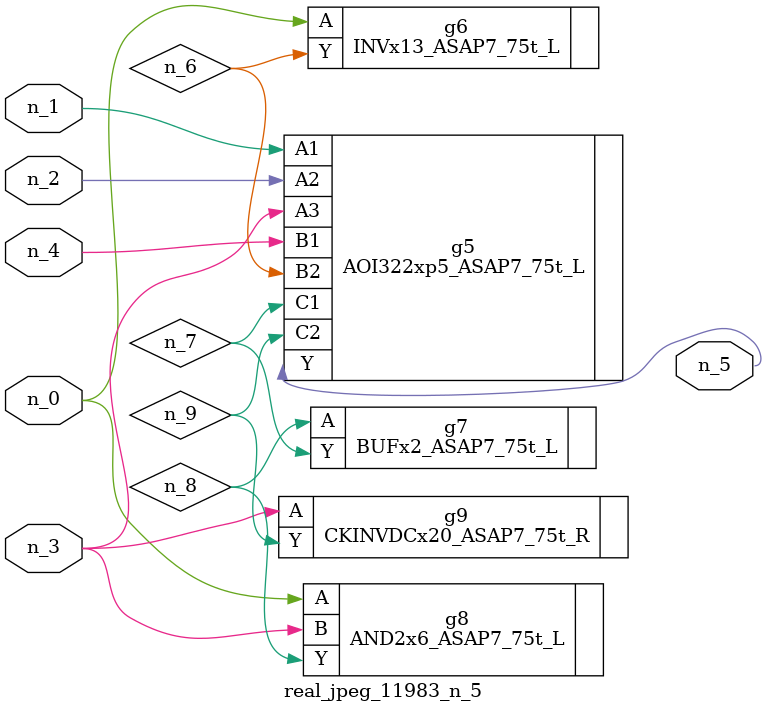
<source format=v>
module real_jpeg_11983_n_5 (n_4, n_0, n_1, n_2, n_3, n_5);

input n_4;
input n_0;
input n_1;
input n_2;
input n_3;

output n_5;

wire n_8;
wire n_6;
wire n_7;
wire n_9;

INVx13_ASAP7_75t_L g6 ( 
.A(n_0),
.Y(n_6)
);

AND2x6_ASAP7_75t_L g8 ( 
.A(n_0),
.B(n_3),
.Y(n_8)
);

AOI322xp5_ASAP7_75t_L g5 ( 
.A1(n_1),
.A2(n_2),
.A3(n_3),
.B1(n_4),
.B2(n_6),
.C1(n_7),
.C2(n_9),
.Y(n_5)
);

CKINVDCx20_ASAP7_75t_R g9 ( 
.A(n_3),
.Y(n_9)
);

BUFx2_ASAP7_75t_L g7 ( 
.A(n_8),
.Y(n_7)
);


endmodule
</source>
